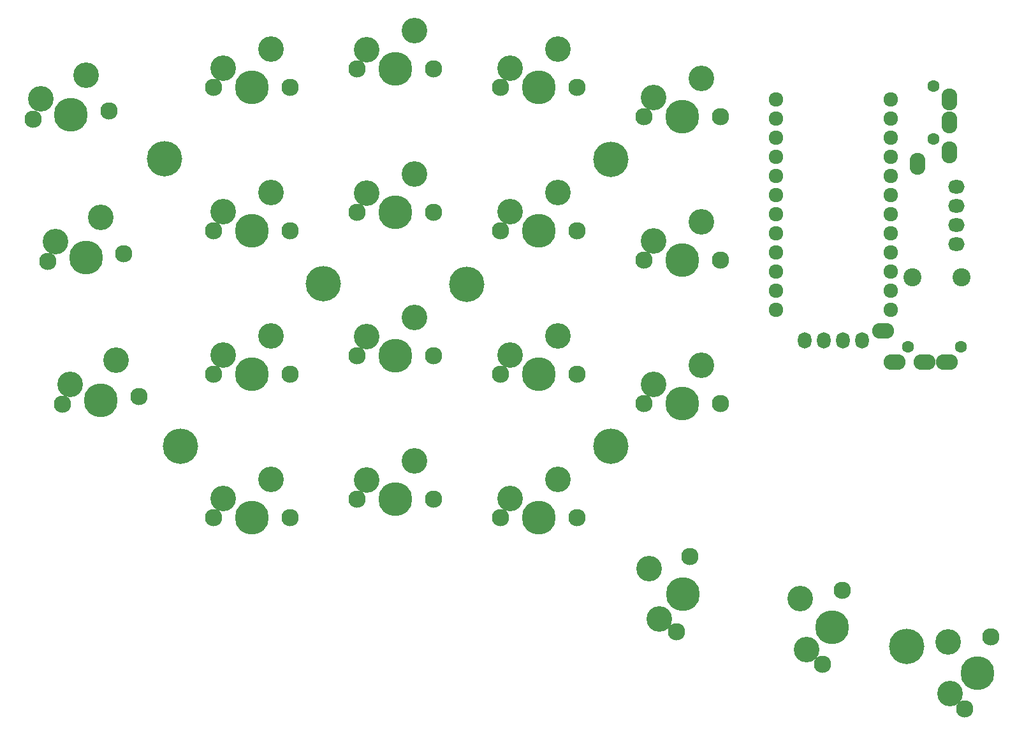
<source format=gbr>
%TF.GenerationSoftware,KiCad,Pcbnew,(5.1.10)-1*%
%TF.CreationDate,2021-10-28T21:07:41+02:00*%
%TF.ProjectId,yaohkib - lefft,79616f68-6b69-4622-902d-206c65666674,rev?*%
%TF.SameCoordinates,Original*%
%TF.FileFunction,Soldermask,Top*%
%TF.FilePolarity,Negative*%
%FSLAX46Y46*%
G04 Gerber Fmt 4.6, Leading zero omitted, Abs format (unit mm)*
G04 Created by KiCad (PCBNEW (5.1.10)-1) date 2021-10-28 21:07:41*
%MOMM*%
%LPD*%
G01*
G04 APERTURE LIST*
%ADD10O,2.900000X2.100000*%
%ADD11C,1.600000*%
%ADD12O,1.797000X2.178000*%
%ADD13C,1.924000*%
%ADD14C,3.400000*%
%ADD15C,2.300000*%
%ADD16C,4.500000*%
%ADD17C,2.400000*%
%ADD18C,4.700000*%
%ADD19O,2.178000X1.797000*%
%ADD20O,2.100000X2.900000*%
G04 APERTURE END LIST*
D10*
%TO.C,J7*%
X190325000Y-86325000D03*
X191825000Y-90525000D03*
X195825000Y-90525000D03*
X198825000Y-90525000D03*
D11*
X193625000Y-88425000D03*
X200625000Y-88425000D03*
%TD*%
D12*
%TO.C,J5*%
X187528000Y-87579500D03*
X184988000Y-87579500D03*
X182448000Y-87579500D03*
X179908000Y-87579500D03*
%TD*%
D13*
%TO.C,U1*%
X176113400Y-55629500D03*
X176113400Y-58169500D03*
X176113400Y-60709500D03*
X176113400Y-63249500D03*
X176113400Y-65789500D03*
X176113400Y-68329500D03*
X176113400Y-70869500D03*
X176113400Y-73409500D03*
X176113400Y-75949500D03*
X176113400Y-78489500D03*
X176113400Y-81029500D03*
X176113400Y-83569500D03*
X191333400Y-83569500D03*
X191333400Y-81029500D03*
X191333400Y-78489500D03*
X191333400Y-75949500D03*
X191333400Y-73409500D03*
X191333400Y-70869500D03*
X191333400Y-68329500D03*
X191333400Y-65789500D03*
X191333400Y-63249500D03*
X191333400Y-60709500D03*
X191333400Y-58169500D03*
X191333400Y-55629500D03*
%TD*%
D14*
%TO.C,SW4*%
X147142000Y-48908000D03*
X140792000Y-51448000D03*
D15*
X139522000Y-53988000D03*
X149682000Y-53988000D03*
D16*
X144602000Y-53988000D03*
%TD*%
D14*
%TO.C,SW5*%
X166192000Y-52845000D03*
X159842000Y-55385000D03*
D15*
X158572000Y-57925000D03*
X168732000Y-57925000D03*
D16*
X163652000Y-57925000D03*
%TD*%
D14*
%TO.C,SW17*%
X128092000Y-103581500D03*
X121742000Y-106121500D03*
D15*
X120472000Y-108661500D03*
X130632000Y-108661500D03*
D16*
X125552000Y-108661500D03*
%TD*%
D14*
%TO.C,SW13*%
X128092000Y-84531500D03*
X121742000Y-87071500D03*
D15*
X120472000Y-89611500D03*
X130632000Y-89611500D03*
D16*
X125552000Y-89611500D03*
%TD*%
D14*
%TO.C,SW19*%
X159217243Y-117914456D03*
X160615989Y-124609051D03*
D15*
X162896867Y-126300823D03*
X164661133Y-116295177D03*
D16*
X163779000Y-121298000D03*
%TD*%
D14*
%TO.C,SW15*%
X166192000Y-90945000D03*
X159842000Y-93485000D03*
D15*
X158572000Y-96025000D03*
X168732000Y-96025000D03*
D16*
X163652000Y-96025000D03*
%TD*%
D14*
%TO.C,SW2*%
X109042000Y-48908000D03*
X102692000Y-51448000D03*
D15*
X101422000Y-53988000D03*
X111582000Y-53988000D03*
D16*
X106502000Y-53988000D03*
%TD*%
D14*
%TO.C,SW7*%
X109042000Y-67958000D03*
X102692000Y-70498000D03*
D15*
X101422000Y-73038000D03*
X111582000Y-73038000D03*
D16*
X106502000Y-73038000D03*
%TD*%
D17*
%TO.C,RSW1*%
X194200000Y-79250000D03*
X200700000Y-79250000D03*
%TD*%
D18*
%TO.C,Ref\u002A\u002A*%
X97027800Y-101653640D03*
%TD*%
D14*
%TO.C,SW6*%
X86462581Y-71276326D03*
X80412869Y-74466168D03*
D15*
X79415329Y-77125005D03*
X89519671Y-76062995D03*
D16*
X84467500Y-76594000D03*
%TD*%
D18*
%TO.C,Ref\u002A\u002A*%
X116002000Y-80107500D03*
%TD*%
D14*
%TO.C,SW21*%
X198990093Y-127651218D03*
X199205084Y-134486998D03*
D15*
X201157538Y-136549139D03*
X204632462Y-127001861D03*
D16*
X202895000Y-131775500D03*
%TD*%
D18*
%TO.C,Ref\u002A\u002A*%
X154172000Y-101707500D03*
%TD*%
%TO.C,Ref\u002A\u002A*%
X193425000Y-128275000D03*
%TD*%
D14*
%TO.C,SW20*%
X179341497Y-121911248D03*
X180151448Y-128702277D03*
D15*
X182276199Y-130586403D03*
X184905801Y-120772597D03*
D16*
X183591000Y-125679500D03*
%TD*%
D14*
%TO.C,SW14*%
X147142000Y-87008000D03*
X140792000Y-89548000D03*
D15*
X139522000Y-92088000D03*
X149682000Y-92088000D03*
D16*
X144602000Y-92088000D03*
%TD*%
D14*
%TO.C,SW16*%
X109042000Y-106058000D03*
X102692000Y-108598000D03*
D15*
X101422000Y-111138000D03*
X111582000Y-111138000D03*
D16*
X106502000Y-111138000D03*
%TD*%
D19*
%TO.C,J2*%
X200050000Y-67170000D03*
X200050000Y-69710000D03*
X200050000Y-72250000D03*
X200050000Y-74790000D03*
%TD*%
D14*
%TO.C,SW1*%
X84494081Y-52353326D03*
X78444369Y-55543168D03*
D15*
X77446829Y-58202005D03*
X87551171Y-57139995D03*
D16*
X82499000Y-57671000D03*
%TD*%
D18*
%TO.C,Ref\u002A\u002A*%
X154172000Y-63597500D03*
%TD*%
D14*
%TO.C,SW11*%
X88431081Y-90262826D03*
X82381369Y-93452668D03*
D15*
X81383829Y-96111505D03*
X91488171Y-95049495D03*
D16*
X86436000Y-95580500D03*
%TD*%
D18*
%TO.C,Ref\u002A\u002A*%
X94881500Y-63449500D03*
%TD*%
D14*
%TO.C,SW10*%
X166192000Y-71895000D03*
X159842000Y-74435000D03*
D15*
X158572000Y-76975000D03*
X168732000Y-76975000D03*
D16*
X163652000Y-76975000D03*
%TD*%
D20*
%TO.C,J1*%
X194889500Y-64137000D03*
X199089500Y-62637000D03*
X199089500Y-58637000D03*
X199089500Y-55637000D03*
D11*
X196989500Y-60837000D03*
X196989500Y-53837000D03*
%TD*%
D14*
%TO.C,SW9*%
X147142000Y-67958000D03*
X140792000Y-70498000D03*
D15*
X139522000Y-73038000D03*
X149682000Y-73038000D03*
D16*
X144602000Y-73038000D03*
%TD*%
D14*
%TO.C,SW12*%
X109042000Y-87008000D03*
X102692000Y-89548000D03*
D15*
X101422000Y-92088000D03*
X111582000Y-92088000D03*
D16*
X106502000Y-92088000D03*
%TD*%
D14*
%TO.C,SW3*%
X128092000Y-46431500D03*
X121742000Y-48971500D03*
D15*
X120472000Y-51511500D03*
X130632000Y-51511500D03*
D16*
X125552000Y-51511500D03*
%TD*%
D14*
%TO.C,SW8*%
X128092000Y-65481500D03*
X121742000Y-68021500D03*
D15*
X120472000Y-70561500D03*
X130632000Y-70561500D03*
D16*
X125552000Y-70561500D03*
%TD*%
D18*
%TO.C,Ref\u002A\u002A*%
X135052000Y-80157500D03*
%TD*%
D14*
%TO.C,SW18*%
X147142000Y-106058000D03*
X140792000Y-108598000D03*
D15*
X139522000Y-111138000D03*
X149682000Y-111138000D03*
D16*
X144602000Y-111138000D03*
%TD*%
M02*

</source>
